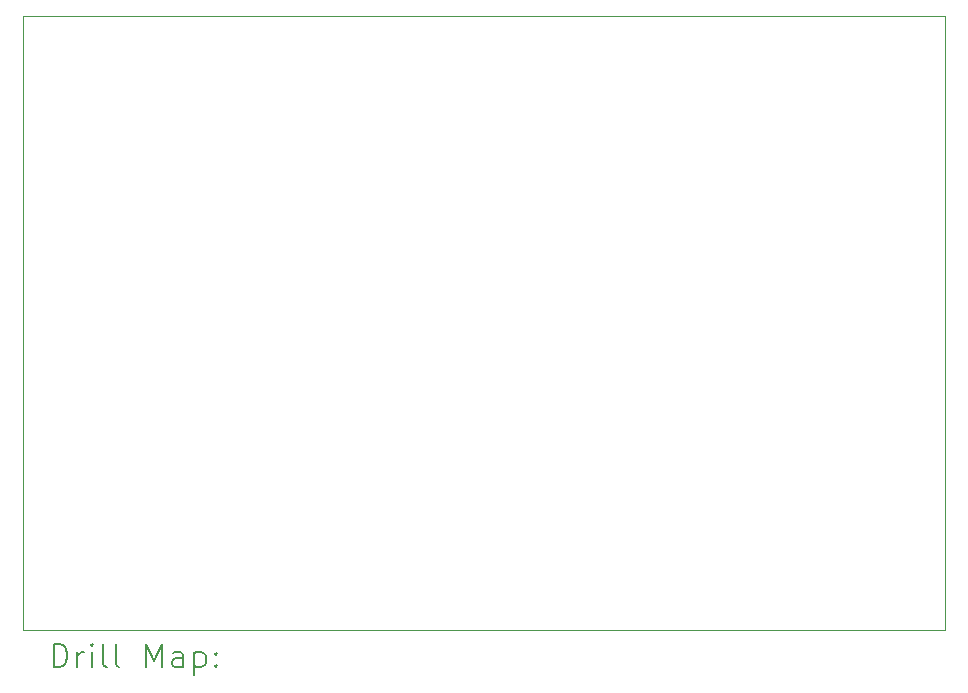
<source format=gbr>
%TF.GenerationSoftware,KiCad,Pcbnew,9.0.1*%
%TF.CreationDate,2025-08-05T12:31:28+05:00*%
%TF.ProjectId,firstPCB,66697273-7450-4434-922e-6b696361645f,rev?*%
%TF.SameCoordinates,Original*%
%TF.FileFunction,Drillmap*%
%TF.FilePolarity,Positive*%
%FSLAX45Y45*%
G04 Gerber Fmt 4.5, Leading zero omitted, Abs format (unit mm)*
G04 Created by KiCad (PCBNEW 9.0.1) date 2025-08-05 12:31:28*
%MOMM*%
%LPD*%
G01*
G04 APERTURE LIST*
%ADD10C,0.050000*%
%ADD11C,0.200000*%
G04 APERTURE END LIST*
D10*
X3000000Y-6000000D02*
X3000000Y-11200000D01*
X3000000Y-11200000D02*
X10800000Y-11200000D01*
X10800000Y-11200000D02*
X10800000Y-6000000D01*
X10800000Y-6000000D02*
X3000000Y-6000000D01*
D11*
X3258277Y-11513984D02*
X3258277Y-11313984D01*
X3258277Y-11313984D02*
X3305896Y-11313984D01*
X3305896Y-11313984D02*
X3334467Y-11323508D01*
X3334467Y-11323508D02*
X3353515Y-11342555D01*
X3353515Y-11342555D02*
X3363039Y-11361603D01*
X3363039Y-11361603D02*
X3372562Y-11399698D01*
X3372562Y-11399698D02*
X3372562Y-11428269D01*
X3372562Y-11428269D02*
X3363039Y-11466365D01*
X3363039Y-11466365D02*
X3353515Y-11485412D01*
X3353515Y-11485412D02*
X3334467Y-11504460D01*
X3334467Y-11504460D02*
X3305896Y-11513984D01*
X3305896Y-11513984D02*
X3258277Y-11513984D01*
X3458277Y-11513984D02*
X3458277Y-11380650D01*
X3458277Y-11418746D02*
X3467801Y-11399698D01*
X3467801Y-11399698D02*
X3477324Y-11390174D01*
X3477324Y-11390174D02*
X3496372Y-11380650D01*
X3496372Y-11380650D02*
X3515420Y-11380650D01*
X3582086Y-11513984D02*
X3582086Y-11380650D01*
X3582086Y-11313984D02*
X3572562Y-11323508D01*
X3572562Y-11323508D02*
X3582086Y-11333031D01*
X3582086Y-11333031D02*
X3591610Y-11323508D01*
X3591610Y-11323508D02*
X3582086Y-11313984D01*
X3582086Y-11313984D02*
X3582086Y-11333031D01*
X3705896Y-11513984D02*
X3686848Y-11504460D01*
X3686848Y-11504460D02*
X3677324Y-11485412D01*
X3677324Y-11485412D02*
X3677324Y-11313984D01*
X3810658Y-11513984D02*
X3791610Y-11504460D01*
X3791610Y-11504460D02*
X3782086Y-11485412D01*
X3782086Y-11485412D02*
X3782086Y-11313984D01*
X4039229Y-11513984D02*
X4039229Y-11313984D01*
X4039229Y-11313984D02*
X4105896Y-11456841D01*
X4105896Y-11456841D02*
X4172562Y-11313984D01*
X4172562Y-11313984D02*
X4172562Y-11513984D01*
X4353515Y-11513984D02*
X4353515Y-11409222D01*
X4353515Y-11409222D02*
X4343991Y-11390174D01*
X4343991Y-11390174D02*
X4324944Y-11380650D01*
X4324944Y-11380650D02*
X4286848Y-11380650D01*
X4286848Y-11380650D02*
X4267801Y-11390174D01*
X4353515Y-11504460D02*
X4334467Y-11513984D01*
X4334467Y-11513984D02*
X4286848Y-11513984D01*
X4286848Y-11513984D02*
X4267801Y-11504460D01*
X4267801Y-11504460D02*
X4258277Y-11485412D01*
X4258277Y-11485412D02*
X4258277Y-11466365D01*
X4258277Y-11466365D02*
X4267801Y-11447317D01*
X4267801Y-11447317D02*
X4286848Y-11437793D01*
X4286848Y-11437793D02*
X4334467Y-11437793D01*
X4334467Y-11437793D02*
X4353515Y-11428269D01*
X4448753Y-11380650D02*
X4448753Y-11580650D01*
X4448753Y-11390174D02*
X4467801Y-11380650D01*
X4467801Y-11380650D02*
X4505896Y-11380650D01*
X4505896Y-11380650D02*
X4524944Y-11390174D01*
X4524944Y-11390174D02*
X4534467Y-11399698D01*
X4534467Y-11399698D02*
X4543991Y-11418746D01*
X4543991Y-11418746D02*
X4543991Y-11475888D01*
X4543991Y-11475888D02*
X4534467Y-11494936D01*
X4534467Y-11494936D02*
X4524944Y-11504460D01*
X4524944Y-11504460D02*
X4505896Y-11513984D01*
X4505896Y-11513984D02*
X4467801Y-11513984D01*
X4467801Y-11513984D02*
X4448753Y-11504460D01*
X4629705Y-11494936D02*
X4639229Y-11504460D01*
X4639229Y-11504460D02*
X4629705Y-11513984D01*
X4629705Y-11513984D02*
X4620182Y-11504460D01*
X4620182Y-11504460D02*
X4629705Y-11494936D01*
X4629705Y-11494936D02*
X4629705Y-11513984D01*
X4629705Y-11390174D02*
X4639229Y-11399698D01*
X4639229Y-11399698D02*
X4629705Y-11409222D01*
X4629705Y-11409222D02*
X4620182Y-11399698D01*
X4620182Y-11399698D02*
X4629705Y-11390174D01*
X4629705Y-11390174D02*
X4629705Y-11409222D01*
M02*

</source>
